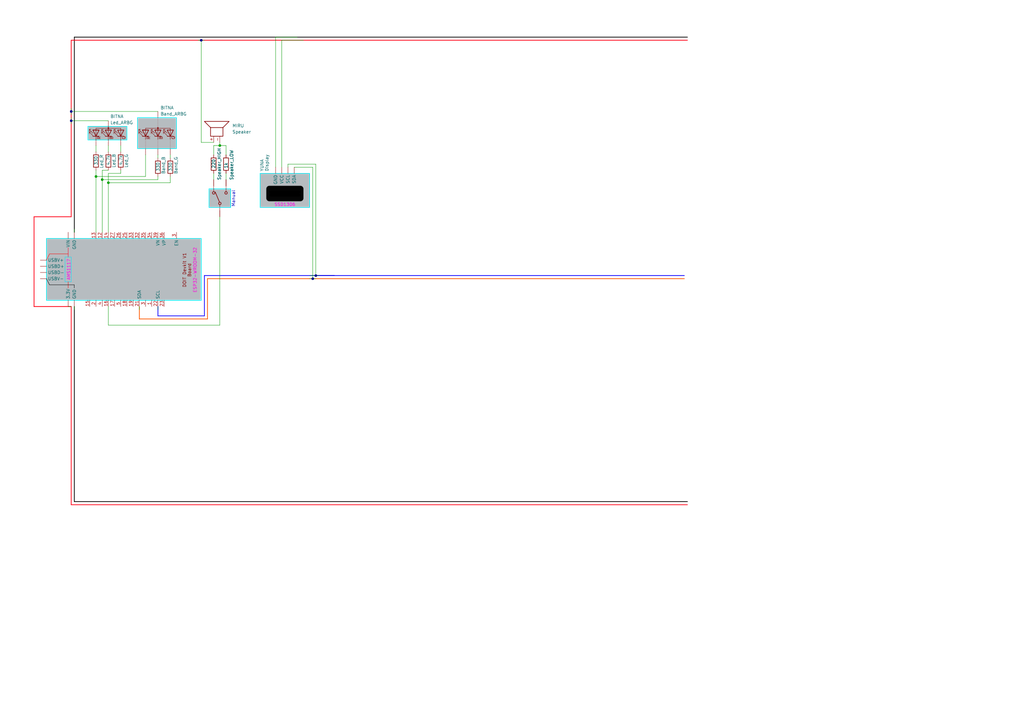
<source format=kicad_sch>
(kicad_sch (version 20250114) (generator "eeschema") (generator_version "9.0")
  (paper "A3")
  (lib_symbols
    (symbol "Analog_Switch:TS3A24159DGS"
      (symbol "TS3A24159DGS_1_1"
        (polyline (pts (xy -5.08 0) (xy -2.794 0)))
        (rectangle (start -3.81 4.445) (end 3.81 -4.445) (stroke (width 0.254) (color 1 241 255 1)) (fill (type color) (color 182 188 192 1)))
        (circle (center -2.159 0) (radius 0.508) (stroke (width 0.254)))
        (polyline (pts (xy -1.651 0.127) (xy 2.54 1.905)) (stroke (width 0.254)))
        (circle (center 2.159 2.54) (radius 0.508) (stroke (width 0.254)))
        (circle (center 2.159 -2.54) (radius 0.508) (stroke (width 0.254)))
        (polyline (pts (xy 5.08 2.54) (xy 2.794 2.54)))
        (polyline (pts (xy 5.08 -2.54) (xy 2.794 -2.54)))
        (pin passive line (at -7.62 0 0) (length 2.54) (name "~") (number ""))
        (pin passive line (at 7.62 2.54 180) (length 2.54) (name "~") (number ""))
        (pin passive line (at 7.62 -2.54 180) (length 2.54) (name "~") (number ""))
      )
      (symbol "TS3A24159DGS_2_1"
        (polyline (pts (xy -5.08 0) (xy -2.794 0)))
        (rectangle (start -3.81 4.445) (end 3.81 -4.445) (stroke (width 0.254)) (fill (type background)))
        (circle (center -2.159 0) (radius 0.508) (stroke (width 0.254)))
        (polyline (pts (xy -1.651 0.127) (xy 2.54 1.905)) (stroke (width 0.254)))
        (polyline (pts (xy 0 0.254) (xy 0 0.508)))
        (polyline (pts (xy 0 -0.254) (xy 0 0)))
        (polyline (pts (xy 0 -0.762) (xy 0 -0.508)))
        (polyline (pts (xy 0 -1.27) (xy 0 -1.016)))
        (polyline (pts (xy 0 -1.778) (xy 0 -1.524)))
        (polyline (pts (xy 0 -2.286) (xy 0 -2.032)))
        (polyline (pts (xy 0 -2.794) (xy 0 -2.54)))
        (polyline (pts (xy 0 -3.302) (xy 0 -3.048)))
        (polyline (pts (xy 0 -3.81) (xy 0 -3.556)))
        (polyline (pts (xy 0 -4.318) (xy 0 -4.064)))
        (polyline (pts (xy 0 -5.08) (xy 0 -4.572)))
        (circle (center 2.159 2.54) (radius 0.508) (stroke (width 0.254)))
        (circle (center 2.159 -2.54) (radius 0.508) (stroke (width 0.254)))
        (polyline (pts (xy 5.08 2.54) (xy 2.794 2.54)))
        (polyline (pts (xy 5.08 -2.54) (xy 2.794 -2.54)))
        (pin passive line (at -7.62 0 0) (length 2.54) (name "~") (number "9"))
        (pin input line (at 0 -7.62 90) (length 2.54) (name "~") (number "8"))
        (pin passive line (at 7.62 2.54 180) (length 2.54) (name "~") (number "7"))
        (pin passive line (at 7.62 -2.54 180) (length 2.54) (name "~") (number "10"))
      )
      (symbol "TS3A24159DGS_3_1"
        (rectangle (start -3.81 10.16) (end 3.81 -10.16) (stroke (width 0.254)) (fill (type background)))
        (pin power_in line (at 0 12.7 270) (length 2.54) (name "VCC") (number "1"))
        (pin power_in line (at 0 -12.7 90) (length 2.54) (name "GND") (number "6"))
      )
    )
    (symbol "Device:LED_ARBG" (pin_names (offset 0) (hide yes))
      (property "Reference" "BITNA" (at 1.2701 -8.89 90))
      (property "Value" "LED_ARBG" (at -1.2699 -8.89 90))
      (symbol "LED_ARBG_0_0"
        (text "R" (at -1.905 3.81 0) (effects (font (size 1.27 1.27))))
        (text "B" (at -1.905 -1.27 0) (effects (font (size 1.27 1.27))))
        (text "G" (at -1.905 -6.35 0) (effects (font (size 1.27 1.27))))
      )
      (symbol "LED_ARBG_0_1"
        (polyline (pts (xy -1.27 6.35) (xy -1.27 3.81)) (stroke (width 0.254)))
        (polyline (pts (xy -1.27 6.35) (xy -1.27 3.81) (xy -1.27 3.81)))
        (polyline (pts (xy -1.27 5.08) (xy -2.54 5.08)))
        (polyline (pts (xy -1.27 5.08) (xy 1.27 5.08)))
        (polyline (pts (xy -1.27 1.27) (xy -1.27 -1.27)) (stroke (width 0.254)))
        (polyline (pts (xy -1.27 1.27) (xy -1.27 -1.27) (xy -1.27 -1.27)))
        (polyline (pts (xy -1.27 0) (xy -2.54 0)))
        (polyline (pts (xy -1.27 -3.81) (xy -1.27 -6.35)) (stroke (width 0.254)))
        (polyline (pts (xy -1.27 -5.08) (xy -2.54 -5.08)))
        (polyline (pts (xy -1.27 -5.08) (xy 1.27 -5.08)))
        (polyline (pts (xy -1.016 6.35) (xy 0.508 7.874) (xy -0.254 7.874) (xy 0.508 7.874) (xy 0.508 7.112)))
        (polyline (pts (xy -1.016 1.27) (xy 0.508 2.794) (xy -0.254 2.794) (xy 0.508 2.794) (xy 0.508 2.032)))
        (polyline (pts (xy -1.016 -3.81) (xy 0.508 -2.286) (xy -0.254 -2.286) (xy 0.508 -2.286) (xy 0.508 -3.048)))
        (polyline (pts (xy 0 6.35) (xy 1.524 7.874) (xy 0.762 7.874) (xy 1.524 7.874) (xy 1.524 7.112)))
        (polyline (pts (xy 0 1.27) (xy 1.524 2.794) (xy 0.762 2.794) (xy 1.524 2.794) (xy 1.524 2.032)))
        (polyline (pts (xy 0 -3.81) (xy 1.524 -2.286) (xy 0.762 -2.286) (xy 1.524 -2.286) (xy 1.524 -3.048)))
        (polyline (pts (xy 1.27 6.35) (xy 1.27 3.81) (xy -1.27 5.08) (xy 1.27 6.35)) (stroke (width 0.254)))
        (rectangle (start 1.27 6.35) (end 1.27 6.35))
        (rectangle (start 1.27 3.81) (end 1.27 6.35))
        (polyline (pts (xy 1.27 1.27) (xy 1.27 -1.27) (xy -1.27 0) (xy 1.27 1.27)) (stroke (width 0.254)))
        (rectangle (start 1.27 1.27) (end 1.27 1.27))
        (polyline (pts (xy 1.27 0) (xy -1.27 0)))
        (polyline (pts (xy 1.27 0) (xy 2.54 0)))
        (rectangle (start 1.27 -1.27) (end 1.27 1.27))
        (polyline (pts (xy 1.27 -3.81) (xy 1.27 -6.35) (xy -1.27 -5.08) (xy 1.27 -3.81)) (stroke (width 0.254)))
        (polyline (pts (xy 1.27 -5.08) (xy 2.032 -5.08) (xy 2.032 5.08) (xy 1.27 5.08)))
        (circle (center 2.032 0) (radius 0.254) (fill (type outline)))
      )
      (symbol "LED_ARBG_1_1"
        (rectangle (start -2.794 8.382) (end 2.794 -7.62) (stroke (width 0.254) (color 7 246 255 1)) (fill (type color) (color 182 188 192 1)))
        (pin passive line (at -5.08 5.08 0) (length 2.54) (name "RK") (number ""))
        (pin passive line (at -5.08 0 0) (length 2.54) (name "GK") (number ""))
        (pin passive line (at -5.08 -5.08 0) (length 2.54) (name "BK") (number ""))
        (pin passive line (at 5.08 0 180) (length 2.54) (name "A") (number ""))
      )
    )
    (symbol "Device:R" (pin_numbers (hide yes)) (pin_names (offset 0))
      (property "Reference" "R" (at 2.032 0 90))
      (property "Value" "R" (at 0 0 90))
      (symbol "R_0_1"
        (rectangle (start -1.016 -2.54) (end 1.016 2.54) (stroke (width 0.254)))
      )
      (symbol "R_1_1"
        (pin passive line (at 0 3.81 270) (length 1.27) (name "~") (number "1"))
        (pin passive line (at 0 -3.81 90) (length 1.27) (name "~") (number "2"))
      )
    )
    (symbol "Device:Speaker" (pin_names (offset 0) (hide yes))
      (property "Reference" "LS1" (at 1.7781 -7.62 90))
      (property "Value" "Speaker" (at -0.7619 -7.62 90))
      (symbol "Speaker_0_0"
        (rectangle (start -2.54 1.27) (end 1.016 -3.81) (stroke (width 0.254)))
        (polyline (pts (xy 1.016 1.27) (xy 3.556 3.81) (xy 3.556 -6.35) (xy 1.016 -3.81)) (stroke (width 0.254)))
      )
      (symbol "Speaker_1_1"
        (pin input line (at -5.08 0 0) (length 2.54) (name "") (number "+"))
        (pin input line (at -5.08 -2.54 0) (length 2.54) (name "") (number "-"))
      )
    )
    (symbol "LED_ARBG_1" (pin_names (offset 0) (hide yes))
      (property "Reference" "BITNA1" (at 1.2701 -8.89 90))
      (property "Value" "LED_ARBG" (at -1.2699 -8.89 90))
      (symbol "LED_ARBG_1_0_0"
        (text "R" (at -1.905 3.81 0) (effects (font (size 1.27 1.27))))
        (text "B" (at -1.905 -1.27 0) (effects (font (size 1.27 1.27))))
        (text "G" (at -1.905 -6.35 0) (effects (font (size 1.27 1.27))))
      )
      (symbol "LED_ARBG_1_0_1"
        (polyline (pts (xy -1.27 6.35) (xy -1.27 3.81)) (stroke (width 0.254)))
        (polyline (pts (xy -1.27 6.35) (xy -1.27 3.81) (xy -1.27 3.81)))
        (polyline (pts (xy -1.27 5.08) (xy -2.54 5.08)))
        (polyline (pts (xy -1.27 5.08) (xy 1.27 5.08)))
        (polyline (pts (xy -1.27 1.27) (xy -1.27 -1.27)) (stroke (width 0.254)))
        (polyline (pts (xy -1.27 1.27) (xy -1.27 -1.27) (xy -1.27 -1.27)))
        (polyline (pts (xy -1.27 0) (xy -2.54 0)))
        (polyline (pts (xy -1.27 -3.81) (xy -1.27 -6.35)) (stroke (width 0.254)))
        (polyline (pts (xy -1.27 -5.08) (xy -2.54 -5.08)))
        (polyline (pts (xy -1.27 -5.08) (xy 1.27 -5.08)))
        (polyline (pts (xy -1.016 6.35) (xy 0.508 7.874) (xy -0.254 7.874) (xy 0.508 7.874) (xy 0.508 7.112)))
        (polyline (pts (xy -1.016 1.27) (xy 0.508 2.794) (xy -0.254 2.794) (xy 0.508 2.794) (xy 0.508 2.032)))
        (polyline (pts (xy -1.016 -3.81) (xy 0.508 -2.286) (xy -0.254 -2.286) (xy 0.508 -2.286) (xy 0.508 -3.048)))
        (polyline (pts (xy 0 6.35) (xy 1.524 7.874) (xy 0.762 7.874) (xy 1.524 7.874) (xy 1.524 7.112)))
        (polyline (pts (xy 0 1.27) (xy 1.524 2.794) (xy 0.762 2.794) (xy 1.524 2.794) (xy 1.524 2.032)))
        (polyline (pts (xy 0 -3.81) (xy 1.524 -2.286) (xy 0.762 -2.286) (xy 1.524 -2.286) (xy 1.524 -3.048)))
        (polyline (pts (xy 1.27 6.35) (xy 1.27 3.81) (xy -1.27 5.08) (xy 1.27 6.35)) (stroke (width 0.254)))
        (rectangle (start 1.27 6.35) (end 1.27 6.35))
        (rectangle (start 1.27 3.81) (end 1.27 6.35))
        (polyline (pts (xy 1.27 1.27) (xy 1.27 -1.27) (xy -1.27 0) (xy 1.27 1.27)) (stroke (width 0.254)))
        (rectangle (start 1.27 1.27) (end 1.27 1.27))
        (polyline (pts (xy 1.27 0) (xy -1.27 0)))
        (polyline (pts (xy 1.27 0) (xy 2.54 0)))
        (rectangle (start 1.27 -1.27) (end 1.27 1.27))
        (polyline (pts (xy 1.27 -3.81) (xy 1.27 -6.35) (xy -1.27 -5.08) (xy 1.27 -3.81)) (stroke (width 0.254)))
        (polyline (pts (xy 1.27 -5.08) (xy 2.032 -5.08) (xy 2.032 5.08) (xy 1.27 5.08)))
        (circle (center 2.032 0) (radius 0.254) (fill (type outline)))
      )
      (symbol "LED_ARBG_1_1_1"
        (rectangle (start -6.35 8.382) (end 6.35 -7.62) (stroke (width 0.254) (color 7 246 255 1)) (fill (type color) (color 182 188 192 1)))
        (polyline (pts (xy -2.54 5.08) (xy -6.35 5.08)) (stroke (width 0) (type dot)))
        (polyline (pts (xy -2.54 0) (xy -6.35 0)) (stroke (width 0) (type dot)))
        (polyline (pts (xy -2.54 -5.08) (xy -6.35 -5.08)) (stroke (width 0) (type dot)))
        (polyline (pts (xy 2.54 0) (xy 6.35 0)) (stroke (width 0) (type dot)))
        (pin passive line (at -8.89 5.08 0) (length 2.54) (name "RK") (number ""))
        (pin passive line (at -8.89 0 0) (length 2.54) (name "GK") (number ""))
        (pin passive line (at -8.89 -5.08 0) (length 2.54) (name "BK") (number ""))
        (pin passive line (at 8.89 0 180) (length 2.54) (name "A") (number ""))
      )
    )
    (symbol "RF_Module:ESP32-WROOM-32"
      (property "Value" "ESP32-WROOM-32" (at -0.0001 41.91 90))
      (symbol "ESP32-WROOM-32_0_1"
        (polyline (pts (xy -8.89 -13.97) (xy -5.08 -13.97)) (stroke (width 0) (color 255 0 37 1)))
        (rectangle (start -5.08 -12.7) (end 5.08 -15.24) (stroke (width 0) (color 0 223 255 1)))
        (polyline (pts (xy 5.08 -13.97) (xy 7.62 -13.97)) (stroke (width 0) (color 255 4 0 1)))
      )
      (symbol "ESP32-WROOM-32_1_1"
        (rectangle (start -12.7 40.64) (end 12.7 -22.86) (stroke (width 0.254) (color 0 249 255 1)) (fill (type color) (color 182 188 192 1)))
        (polyline (pts (xy -3.81 -22.86) (xy -6.35 -21.59) (xy -6.35 -13.97)) (stroke (width 0) (color 255 0 0 1)))
        (polyline (pts (xy 3.81 -22.86) (xy 6.35 -21.59) (xy 6.35 -11.43)) (stroke (width 0) (color 0 0 0 1)))
        (polyline (pts (xy 6.35 -11.43) (xy 7.62 -11.43)) (stroke (width 0) (color 0 0 0 1)))
        (text "AMS1117" (at 0 -13.716 0) (effects (font (size 1.27 1.27))))
        (text "DOIT Devkit V1\nBoard" (at 0.254 34.798 0) (effects (font (size 1.27 1.27))))
        (pin input line (at -15.24 30.48 0) (length 2.54) (name "EN") (number "3"))
        (pin input line (at -15.24 25.4 0) (length 2.54) (name "VP") (number "36"))
        (pin input line (at -15.24 22.86 0) (length 2.54) (name "VN") (number "39"))
        (pin input line (at -15.24 20.32 0) (length 2.54) (name "") (number "34"))
        (pin input line (at -15.24 17.78 0) (length 2.54) (name "") (number "35"))
        (pin bidirectional line (at -15.24 15.24 0) (length 2.54) (name "") (number "32"))
        (pin bidirectional line (at -15.24 12.7 0) (length 2.54) (name "") (number "33"))
        (pin bidirectional line (at -15.24 10.16 0) (length 2.54) (name "") (number "25"))
        (pin bidirectional line (at -15.24 7.62 0) (length 2.54) (name "") (number "26"))
        (pin bidirectional line (at -15.24 5.08 0) (length 2.54) (name "") (number "27"))
        (pin bidirectional line (at -15.24 2.54 0) (length 2.54) (name "") (number "14"))
        (pin bidirectional line (at -15.24 0 0) (length 2.54) (name "") (number "12"))
        (pin bidirectional line (at -15.24 -2.54 0) (length 2.54) (name "") (number "13"))
        (pin power_in line (at -15.24 -11.43 0) (length 2.54) (name "GND") (number ""))
        (pin power_in line (at -15.24 -13.97 0) (length 2.54) (name "VIN") (number ""))
        (pin power_in line (at -3.81 -25.4 90) (length 2.54) (name "USBV+") (number ""))
        (pin bidirectional line (at -1.27 -25.4 90) (length 2.54) (name "USBD+") (number ""))
        (pin bidirectional line (at 1.27 -25.4 90) (length 2.54) (name "USBD-") (number ""))
        (pin power_in line (at 3.81 -25.4 90) (length 2.54) (name "USBV-") (number ""))
        (pin bidirectional line (at 15.24 25.4 180) (length 2.54) (name "") (number "23"))
        (pin bidirectional line (at 15.24 22.86 180) (length 2.54) (name "SCL") (number "22"))
        (pin bidirectional line (at 15.24 20.32 180) (length 2.54) (name "") (number "1"))
        (pin bidirectional line (at 15.24 17.78 180) (length 2.54) (name "") (number "3"))
        (pin bidirectional line (at 15.24 15.24 180) (length 2.54) (name "SDA") (number "21"))
        (pin bidirectional line (at 15.24 12.7 180) (length 2.54) (name "") (number "19"))
        (pin bidirectional line (at 15.24 10.16 180) (length 2.54) (name "") (number "18"))
        (pin bidirectional line (at 15.24 7.62 180) (length 2.54) (name "") (number "5"))
        (pin bidirectional line (at 15.24 5.08 180) (length 2.54) (name "") (number "17"))
        (pin bidirectional line (at 15.24 2.54 180) (length 2.54) (name "") (number "16"))
        (pin bidirectional line (at 15.24 0 180) (length 2.54) (name "") (number "4"))
        (pin bidirectional line (at 15.24 -2.54 180) (length 2.54) (name "") (number "2"))
        (pin bidirectional line (at 15.24 -5.08 180) (length 2.54) (name "") (number "15"))
        (pin power_in line (at 15.24 -11.43 180) (length 2.54) (name "GND") (number ""))
        (pin power_out line (at 15.24 -13.97 180) (length 2.54) (name "3.3V") (number ""))
      )
    )
    (symbol "TS3A24159DGS_1"
      (property "Reference" "YUN" (at 0 8.89 0))
      (symbol "TS3A24159DGS_1_1_1"
        (rectangle (start -10.16 3.81) (end 10.16 -10.16) (stroke (width 0.254) (color 1 241 255 1)) (fill (type color) (color 182 188 192 1)))
        (rectangle (start -6.35 -2.54) (end 6.35 -6.35) (stroke (width 2.54) (color 5 5 5 1)) (fill (type color) (color 0 0 0 1)))
        (polyline (pts (xy -5.715 -3.81) (xy 5.715 -3.81)) (stroke (width 1.27) (color 0 0 0 1)))
        (polyline (pts (xy -5.715 -5.08) (xy 5.715 -5.08)) (stroke (width 1.27) (color 0 0 0 1)))
        (text "SSD1306" (at 0 -8.89 0) (effects (font (size 1.27 1.27))))
        (pin power_in line (at -3.81 6.35 270) (length 2.54) (name "GND") (number ""))
        (pin power_in line (at -1.27 6.35 270) (length 2.54) (name "VCC") (number ""))
        (pin bidirectional line (at 1.27 6.35 270) (length 2.54) (name "SCL") (number ""))
        (pin bidirectional line (at 3.81 6.35 270) (length 2.54) (name "SDA") (number ""))
      )
      (symbol "TS3A24159DGS_1_2_1"
        (polyline (pts (xy -5.08 0) (xy -2.794 0)))
        (rectangle (start -3.81 4.445) (end 3.81 -4.445) (stroke (width 0.254)) (fill (type background)))
        (circle (center -2.159 0) (radius 0.508) (stroke (width 0.254)))
        (polyline (pts (xy -1.651 0.127) (xy 2.54 1.905)) (stroke (width 0.254)))
        (polyline (pts (xy 0 0.254) (xy 0 0.508)))
        (polyline (pts (xy 0 -0.254) (xy 0 0)))
        (polyline (pts (xy 0 -0.762) (xy 0 -0.508)))
        (polyline (pts (xy 0 -1.27) (xy 0 -1.016)))
        (polyline (pts (xy 0 -1.778) (xy 0 -1.524)))
        (polyline (pts (xy 0 -2.286) (xy 0 -2.032)))
        (polyline (pts (xy 0 -2.794) (xy 0 -2.54)))
        (polyline (pts (xy 0 -3.302) (xy 0 -3.048)))
        (polyline (pts (xy 0 -3.81) (xy 0 -3.556)))
        (polyline (pts (xy 0 -4.318) (xy 0 -4.064)))
        (polyline (pts (xy 0 -5.08) (xy 0 -4.572)))
        (circle (center 2.159 2.54) (radius 0.508) (stroke (width 0.254)))
        (circle (center 2.159 -2.54) (radius 0.508) (stroke (width 0.254)))
        (polyline (pts (xy 5.08 2.54) (xy 2.794 2.54)))
        (polyline (pts (xy 5.08 -2.54) (xy 2.794 -2.54)))
        (pin passive line (at -7.62 0 0) (length 2.54) (name "~") (number "9"))
        (pin input line (at 0 -7.62 90) (length 2.54) (name "~") (number "8"))
        (pin passive line (at 7.62 2.54 180) (length 2.54) (name "~") (number "7"))
        (pin passive line (at 7.62 -2.54 180) (length 2.54) (name "~") (number "10"))
      )
      (symbol "TS3A24159DGS_1_3_1"
        (rectangle (start -3.81 10.16) (end 3.81 -10.16) (stroke (width 0.254)) (fill (type background)))
        (pin power_in line (at 0 12.7 270) (length 2.54) (name "VCC") (number "1"))
        (pin power_in line (at 0 -12.7 90) (length 2.54) (name "GND") (number "6"))
      )
    )
  )
  (text "Manual" (at 95.758 81.534 90) (effects (font (size 1.27 1.27))))
  (junction (at 41.91 73.66))
  (junction (at 128.27 114.3))
  (junction (at 39.37 72.39))
  (junction (at 29.21 45.72))
  (junction (at 44.45 74.93))
  (junction (at 90.17 59.69))
  (junction (at 82.55 16.51))
  (junction (at 129.54 113.03))
  (junction (at 29.21 49.53))
  (bus (pts (xy 29.21 207.01) (xy 281.94 207.01)) (stroke (width 0) (color 255 0 20 1)))
  (wire (pts (xy 69.85 63.5) (xy 69.85 64.77)))
  (wire (pts (xy 87.63 63.5) (xy 87.63 59.69)))
  (bus (pts (xy 82.55 16.51) (xy 281.94 16.51)) (stroke (width 0) (color 255 0 20 1)))
  (bus (pts (xy 13.97 125.73) (xy 13.97 88.9)) (stroke (width 0) (color 255 0 20 1)))
  (bus (pts (xy 29.21 49.53) (xy 29.21 88.9)) (stroke (width 0) (color 255 0 20 1)))
  (bus (pts (xy 30.48 205.74) (xy 281.94 205.74)) (stroke (width 0) (color 0 0 0 1)))
  (bus (pts (xy 13.97 88.9) (xy 29.21 88.9)) (stroke (width 0) (color 255 0 20 1)))
  (wire (pts (xy 30.48 125.73) (xy 30.48 127)))
  (wire (pts (xy 64.77 125.73) (xy 64.77 127)))
  (bus (pts (xy 83.82 113.03) (xy 129.54 113.03)) (stroke (width 0) (color 17 5 255 1)))
  (wire (pts (xy 44.45 74.93) (xy 44.45 71.12)))
  (wire (pts (xy 41.91 73.66) (xy 41.91 69.85)))
  (bus (pts (xy 128.27 114.3) (xy 280.67 114.3)) (stroke (width 0) (color 255 88 0 1)))
  (wire (pts (xy 27.94 125.73) (xy 29.21 125.73)))
  (bus (pts (xy 64.77 125.73) (xy 64.77 129.54)) (stroke (width 0) (color 17 5 255 1)))
  (bus (pts (xy 57.15 130.81) (xy 85.09 130.81)) (stroke (width 0) (color 255 88 0 1)))
  (bus (pts (xy 85.09 114.3) (xy 128.27 114.3)) (stroke (width 0) (color 255 88 0 1)))
  (bus (pts (xy 29.21 16.51) (xy 29.21 45.72)) (stroke (width 0) (color 255 0 20 1)))
  (wire (pts (xy 39.37 72.39) (xy 39.37 95.25)))
  (wire (pts (xy 118.11 68.58) (xy 118.11 67.31)))
  (wire (pts (xy 41.91 95.25) (xy 41.91 73.66)))
  (wire (pts (xy 69.85 74.93) (xy 69.85 72.39)))
  (wire (pts (xy 127 113.03) (xy 129.54 113.03)))
  (wire (pts (xy 90.17 88.9) (xy 90.17 133.35)))
  (wire (pts (xy 29.21 49.53) (xy 29.21 50.8)))
  (wire (pts (xy 29.21 45.72) (xy 64.77 45.72)))
  (bus (pts (xy 29.21 45.72) (xy 29.21 49.53)) (stroke (width 0) (color 255 0 20 1)))
  (bus (pts (xy 129.54 113.03) (xy 280.67 113.03)) (stroke (width 0) (color 17 5 255 1)))
  (wire (pts (xy 92.71 63.5) (xy 92.71 59.69)))
  (wire (pts (xy 113.03 68.58) (xy 113.03 15.24)))
  (wire (pts (xy 82.55 58.42) (xy 82.55 16.51)))
  (wire (pts (xy 129.54 67.31) (xy 129.54 113.03)))
  (wire (pts (xy 87.63 71.12) (xy 87.63 73.66)))
  (wire (pts (xy 39.37 69.85) (xy 39.37 72.39)))
  (wire (pts (xy 44.45 71.12) (xy 49.53 71.12)))
  (wire (pts (xy 81.28 16.51) (xy 82.55 16.51)))
  (bus (pts (xy 83.82 129.54) (xy 83.82 113.03)) (stroke (width 0) (color 17 5 255 1)))
  (bus (pts (xy 30.48 95.25) (xy 30.48 15.24)) (stroke (width 0) (color 0 0 0 1)))
  (bus (pts (xy 29.21 125.73) (xy 29.21 207.01)) (stroke (width 0) (color 255 0 20 1)))
  (wire (pts (xy 44.45 133.35) (xy 90.17 133.35)))
  (bus (pts (xy 29.21 125.73) (xy 13.97 125.73)) (stroke (width 0) (color 255 0 20 1)))
  (bus (pts (xy 30.48 205.74) (xy 30.48 125.73)) (stroke (width 0) (color 0 0 0 1)))
  (wire (pts (xy 128.27 68.58) (xy 120.65 68.58)))
  (wire (pts (xy 29.21 49.53) (xy 44.45 49.53)))
  (wire (pts (xy 44.45 62.23) (xy 44.45 59.69)))
  (wire (pts (xy 29.21 44.45) (xy 29.21 45.72)))
  (wire (pts (xy 127 114.3) (xy 128.27 114.3)))
  (wire (pts (xy 92.71 71.12) (xy 92.71 73.66)))
  (wire (pts (xy 44.45 95.25) (xy 44.45 74.93)))
  (wire (pts (xy 39.37 59.69) (xy 39.37 62.23)))
  (wire (pts (xy 29.21 48.26) (xy 29.21 49.53)))
  (wire (pts (xy 29.21 45.72) (xy 29.21 46.99)))
  (bus (pts (xy 57.15 125.73) (xy 57.15 130.81)) (stroke (width 0) (color 255 88 0 1)))
  (wire (pts (xy 49.53 71.12) (xy 49.53 69.85)))
  (bus (pts (xy 129.54 113.03) (xy 137.16 113.03)))
  (bus (pts (xy 30.48 15.24) (xy 281.94 15.24)) (stroke (width 0) (color 0 0 0 1)))
  (wire (pts (xy 118.11 67.31) (xy 129.54 67.31)))
  (wire (pts (xy 82.55 16.51) (xy 83.82 16.51)))
  (bus (pts (xy 29.21 16.51) (xy 82.55 16.51)) (stroke (width 0) (color 255 0 20 1)))
  (wire (pts (xy 115.57 68.58) (xy 115.57 16.51)))
  (wire (pts (xy 128.27 114.3) (xy 129.54 114.3)))
  (wire (pts (xy 64.77 73.66) (xy 64.77 72.39)))
  (bus (pts (xy 64.77 129.54) (xy 83.82 129.54)) (stroke (width 0) (color 17 5 255 1)))
  (wire (pts (xy 44.45 74.93) (xy 69.85 74.93)))
  (wire (pts (xy 49.53 62.23) (xy 49.53 59.69)))
  (wire (pts (xy 64.77 63.5) (xy 64.77 64.77)))
  (wire (pts (xy 92.71 59.69) (xy 90.17 59.69)))
  (wire (pts (xy 87.63 59.69) (xy 90.17 59.69)))
  (wire (pts (xy 59.69 72.39) (xy 39.37 72.39)))
  (wire (pts (xy 41.91 73.66) (xy 64.77 73.66)))
  (wire (pts (xy 90.17 59.69) (xy 90.17 58.42)))
  (wire (pts (xy 87.63 58.42) (xy 82.55 58.42)))
  (wire (pts (xy 129.54 113.03) (xy 130.81 113.03)))
  (wire (pts (xy 59.69 63.5) (xy 59.69 72.39)))
  (wire (pts (xy 57.15 125.73) (xy 57.15 127)))
  (wire (pts (xy 44.45 125.73) (xy 44.45 133.35)))
  (wire (pts (xy 115.57 16.51) (xy 124.46 16.51)))
  (wire (pts (xy 30.48 93.98) (xy 30.48 95.25)))
  (bus (pts (xy 85.09 130.81) (xy 85.09 114.3)) (stroke (width 0) (color 255 88 0 1)))
  (wire (pts (xy 41.91 69.85) (xy 44.45 69.85)))
  (wire (pts (xy 128.27 68.58) (xy 128.27 114.3)))
  (wire (pts (xy 113.03 15.24) (xy 121.92 15.24)))
  (symbol (lib_id "Device:LED_ARBG") (at 44.45 54.61 90) (unit 1)
    (property "Reference" "BITNA" (at 45.212 47.752 90) (effects (justify right)))
    (property "Value" "Led_ARBG" (at 45.212 50.292 90) (effects (justify right)))
    (property "Description" "RGB LED, anode/red/blue/green" (effects (hide yes)))
  )
  (symbol (lib_name "TS3A24159DGS_1") (lib_id "Analog_Switch:TS3A24159DGS") (at 116.84 74.93 0) (unit 1)
    (property "Reference" "YUN" (at 107.442 65.278 90) (effects (justify right)))
    (property "Value" "Display" (at 109.474 63.246 90) (effects (justify right)))
  )
  (symbol (lib_id "Device:R") (at 49.53 66.04 0) (unit 1)
    (property "Reference" "Led_G" (at 51.816 68.834 90) (effects (justify left)))
    (property "Value" "4.7k" (at 49.53 67.818 90) (effects (justify left)))
    (property "Description" "Resistor" (effects (hide yes)))
  )
  (symbol (lib_id "Device:R") (at 44.45 66.04 0) (unit 1)
    (property "Reference" "Led_B" (at 46.736 68.834 90) (effects (justify left)))
    (property "Value" "4.7k" (at 44.45 67.818 90) (effects (justify left)))
    (property "Description" "Resistor" (effects (hide yes)))
  )
  (symbol (lib_id "Device:R") (at 87.63 67.31 0) (unit 1)
    (property "Reference" "Speaker_HIGH" (at 89.916 73.914 90) (effects (justify left)))
    (property "Value" "220" (at 87.63 69.088 90) (effects (justify left)))
    (property "Description" "Resistor" (effects (hide yes)))
  )
  (symbol (lib_name "LED_ARBG_1") (lib_id "Device:LED_ARBG") (at 64.77 54.61 90) (unit 1)
    (property "Reference" "BITNA" (at 65.786 44.196 90) (effects (justify right)))
    (property "Value" "Band_ARBG" (at 65.786 46.736 90) (effects (justify right)))
    (property "Description" "RGB LED, anode/red/blue/green" (effects (hide yes)))
  )
  (symbol (lib_id "Device:R") (at 69.85 68.58 0) (unit 1)
    (property "Reference" "Band_G" (at 72.136 71.374 90) (effects (justify left)))
    (property "Value" "330" (at 69.85 70.358 90) (effects (justify left)))
    (property "Description" "Resistor" (effects (hide yes)))
  )
  (symbol (lib_id "RF_Module:ESP32-WROOM-32") (at 41.91 110.49 270) (unit 1)
    (property "Reference" "U1" (effects (hide yes)))
    (property "Value" "ESP32-WROOM-32" (at 80.01 101.346 0) (effects (justify left)))
    (property "Footprint" "RF_Module:ESP32-WROOM-32" (effects (hide yes)))
    (property "Datasheet" "https://www.espressif.com/sites/default/files/documentation/esp32-wroom-32_datasheet_en.pdf" (effects (hide yes)))
    (property "Description" "RF Module, ESP32-D0WDQ6 SoC, Wi-Fi 802.11b/g/n, Bluetooth, BLE, 32-bit, 2.7-3.6V, onboard antenna, SMD" (effects (hide yes)))
  )
  (symbol (lib_id "Device:Speaker") (at 87.63 53.34 90) (unit 1)
    (property "Reference" "MIRU" (at 95.25 51.5619 90) (effects (justify right)))
    (property "Value" "Speaker" (at 95.25 54.1019 90) (effects (justify right)))
    (property "Description" "Speaker" (effects (hide yes)))
  )
  (symbol (lib_id "Device:R") (at 92.71 67.31 0) (unit 1)
    (property "Reference" "Speaker_LOW" (at 94.996 73.914 90) (effects (justify left)))
    (property "Value" "1k" (at 92.71 69.088 90) (effects (justify left)))
    (property "Description" "Resistor" (effects (hide yes)))
  )
  (symbol (lib_id "Analog_Switch:TS3A24159DGS") (at 90.17 81.28 90) (unit 1))
  (symbol (lib_id "Device:R") (at 64.77 68.58 0) (unit 1)
    (property "Reference" "Band_B" (at 67.056 71.374 90) (effects (justify left)))
    (property "Value" "330" (at 64.77 70.358 90) (effects (justify left)))
    (property "Description" "Resistor" (effects (hide yes)))
  )
  (symbol (lib_id "Device:R") (at 39.37 66.04 0) (unit 1)
    (property "Reference" "Led_R" (at 41.656 69.088 90) (effects (justify left)))
    (property "Value" "330" (at 39.37 67.818 90) (effects (justify left)))
    (property "Description" "Resistor" (effects (hide yes)))
  )
)
</source>
